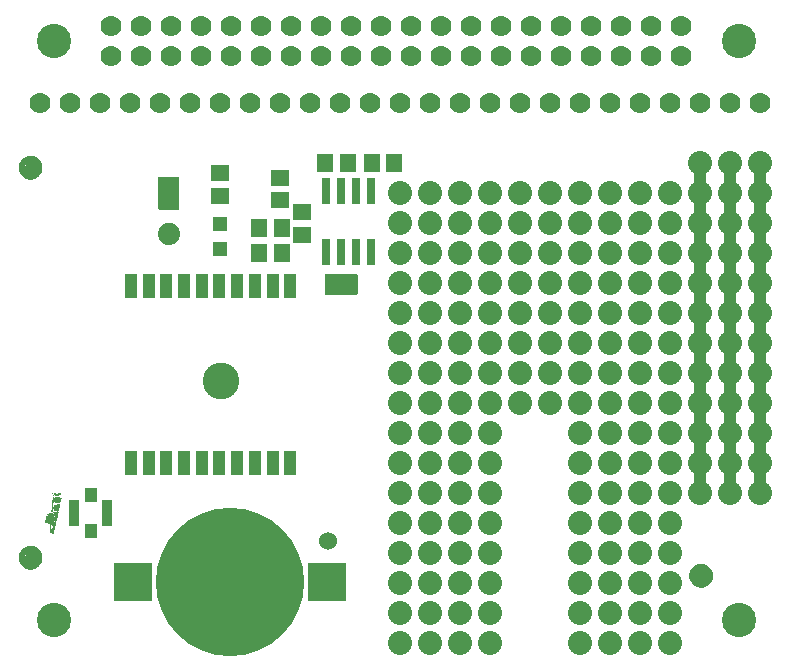
<source format=gbr>
G04 EAGLE Gerber RS-274X export*
G75*
%MOMM*%
%FSLAX34Y34*%
%LPD*%
%INSoldermask Top*%
%IPPOS*%
%AMOC8*
5,1,8,0,0,1.08239X$1,22.5*%
G01*
%ADD10R,1.016000X28.448000*%
%ADD11R,1.016000X28.702000*%
%ADD12C,2.901600*%
%ADD13C,1.778000*%
%ADD14R,0.701600X2.301600*%
%ADD15R,1.401600X1.601600*%
%ADD16R,1.601600X1.401600*%
%ADD17R,1.270000X1.701800*%
%ADD18R,0.736600X0.304800*%
%ADD19R,1.101600X2.101600*%
%ADD20C,3.101600*%
%ADD21R,1.301600X1.301600*%
%ADD22C,6.451600*%
%ADD23R,3.301600X3.301600*%
%ADD24C,12.564231*%
%ADD25R,0.951600X2.301600*%
%ADD26R,1.101600X1.151600*%
%ADD27C,1.101600*%
%ADD28C,0.500000*%
%ADD29R,1.701800X1.270000*%
%ADD30R,0.304800X0.736600*%
%ADD31C,1.879600*%
%ADD32R,0.025400X0.025400*%
%ADD33R,0.025400X0.228600*%
%ADD34R,0.025400X0.355600*%
%ADD35R,0.025400X0.050800*%
%ADD36R,0.025400X0.406400*%
%ADD37R,0.025400X0.127000*%
%ADD38R,0.025400X0.457200*%
%ADD39R,0.025400X0.152400*%
%ADD40R,0.025400X0.482600*%
%ADD41R,0.025400X0.279400*%
%ADD42R,0.025400X0.508000*%
%ADD43R,0.025400X0.177800*%
%ADD44R,0.025400X0.431800*%
%ADD45R,0.025400X0.533400*%
%ADD46R,0.025400X0.203200*%
%ADD47R,0.025400X0.584200*%
%ADD48R,0.025400X0.558800*%
%ADD49R,0.025400X0.304800*%
%ADD50R,0.025400X0.609600*%
%ADD51R,0.025400X0.381000*%
%ADD52R,0.025400X0.330200*%
%ADD53R,0.025400X0.101600*%
%ADD54R,0.025400X0.254000*%
%ADD55R,0.025400X0.076200*%
%ADD56C,2.032000*%
%ADD57C,1.524000*%

G36*
X142358Y392446D02*
X142358Y392446D01*
X142477Y392453D01*
X142515Y392466D01*
X142556Y392471D01*
X142666Y392514D01*
X142779Y392551D01*
X142814Y392573D01*
X142851Y392588D01*
X142947Y392658D01*
X143048Y392721D01*
X143076Y392751D01*
X143109Y392774D01*
X143185Y392866D01*
X143266Y392953D01*
X143286Y392988D01*
X143311Y393019D01*
X143362Y393127D01*
X143420Y393231D01*
X143430Y393271D01*
X143447Y393307D01*
X143469Y393424D01*
X143499Y393539D01*
X143503Y393600D01*
X143507Y393620D01*
X143505Y393640D01*
X143509Y393700D01*
X143509Y419100D01*
X143494Y419218D01*
X143487Y419337D01*
X143474Y419375D01*
X143469Y419416D01*
X143426Y419526D01*
X143389Y419639D01*
X143367Y419674D01*
X143352Y419711D01*
X143283Y419807D01*
X143219Y419908D01*
X143189Y419936D01*
X143166Y419969D01*
X143074Y420045D01*
X142987Y420126D01*
X142952Y420146D01*
X142921Y420171D01*
X142813Y420222D01*
X142709Y420280D01*
X142669Y420290D01*
X142633Y420307D01*
X142516Y420329D01*
X142401Y420359D01*
X142341Y420363D01*
X142321Y420367D01*
X142300Y420365D01*
X142240Y420369D01*
X127000Y420369D01*
X126882Y420354D01*
X126763Y420347D01*
X126725Y420334D01*
X126684Y420329D01*
X126574Y420286D01*
X126461Y420249D01*
X126426Y420227D01*
X126389Y420212D01*
X126293Y420143D01*
X126192Y420079D01*
X126164Y420049D01*
X126131Y420026D01*
X126056Y419934D01*
X125974Y419847D01*
X125954Y419812D01*
X125929Y419781D01*
X125878Y419673D01*
X125820Y419569D01*
X125810Y419529D01*
X125793Y419493D01*
X125771Y419376D01*
X125741Y419261D01*
X125737Y419201D01*
X125733Y419181D01*
X125734Y419169D01*
X125733Y419166D01*
X125734Y419153D01*
X125731Y419100D01*
X125731Y393700D01*
X125746Y393582D01*
X125753Y393463D01*
X125766Y393425D01*
X125771Y393384D01*
X125814Y393274D01*
X125851Y393161D01*
X125873Y393126D01*
X125888Y393089D01*
X125958Y392993D01*
X126021Y392892D01*
X126051Y392864D01*
X126074Y392831D01*
X126166Y392756D01*
X126253Y392674D01*
X126288Y392654D01*
X126319Y392629D01*
X126427Y392578D01*
X126531Y392520D01*
X126571Y392510D01*
X126607Y392493D01*
X126724Y392471D01*
X126839Y392441D01*
X126900Y392437D01*
X126920Y392433D01*
X126940Y392435D01*
X127000Y392431D01*
X142240Y392431D01*
X142358Y392446D01*
G37*
G36*
X293488Y320056D02*
X293488Y320056D01*
X293607Y320063D01*
X293645Y320076D01*
X293686Y320081D01*
X293796Y320124D01*
X293909Y320161D01*
X293944Y320183D01*
X293981Y320198D01*
X294077Y320268D01*
X294178Y320331D01*
X294206Y320361D01*
X294239Y320384D01*
X294315Y320476D01*
X294396Y320563D01*
X294416Y320598D01*
X294441Y320629D01*
X294492Y320737D01*
X294550Y320841D01*
X294560Y320881D01*
X294577Y320917D01*
X294599Y321034D01*
X294629Y321149D01*
X294633Y321210D01*
X294637Y321230D01*
X294635Y321250D01*
X294639Y321310D01*
X294639Y336550D01*
X294624Y336668D01*
X294617Y336787D01*
X294604Y336825D01*
X294599Y336866D01*
X294556Y336976D01*
X294519Y337089D01*
X294497Y337124D01*
X294482Y337161D01*
X294413Y337257D01*
X294349Y337358D01*
X294319Y337386D01*
X294296Y337419D01*
X294204Y337495D01*
X294117Y337576D01*
X294082Y337596D01*
X294051Y337621D01*
X293943Y337672D01*
X293839Y337730D01*
X293799Y337740D01*
X293763Y337757D01*
X293646Y337779D01*
X293531Y337809D01*
X293471Y337813D01*
X293451Y337817D01*
X293430Y337815D01*
X293370Y337819D01*
X267970Y337819D01*
X267852Y337804D01*
X267733Y337797D01*
X267695Y337784D01*
X267654Y337779D01*
X267544Y337736D01*
X267431Y337699D01*
X267396Y337677D01*
X267359Y337662D01*
X267263Y337593D01*
X267162Y337529D01*
X267134Y337499D01*
X267101Y337476D01*
X267026Y337384D01*
X266944Y337297D01*
X266924Y337262D01*
X266899Y337231D01*
X266848Y337123D01*
X266790Y337019D01*
X266780Y336979D01*
X266763Y336943D01*
X266741Y336826D01*
X266711Y336711D01*
X266707Y336651D01*
X266703Y336631D01*
X266704Y336624D01*
X266703Y336622D01*
X266704Y336606D01*
X266701Y336550D01*
X266701Y321310D01*
X266716Y321192D01*
X266723Y321073D01*
X266736Y321035D01*
X266741Y320994D01*
X266784Y320884D01*
X266821Y320771D01*
X266843Y320736D01*
X266858Y320699D01*
X266928Y320603D01*
X266991Y320502D01*
X267021Y320474D01*
X267044Y320441D01*
X267136Y320366D01*
X267223Y320284D01*
X267258Y320264D01*
X267289Y320239D01*
X267397Y320188D01*
X267501Y320130D01*
X267541Y320120D01*
X267577Y320103D01*
X267694Y320081D01*
X267809Y320051D01*
X267870Y320047D01*
X267890Y320043D01*
X267910Y320045D01*
X267970Y320041D01*
X293370Y320041D01*
X293488Y320056D01*
G37*
D10*
X584200Y292100D03*
X609600Y292100D03*
D11*
X635000Y290830D03*
D12*
X37540Y45160D03*
X37540Y535160D03*
X617540Y535160D03*
X617540Y45160D03*
D13*
X86240Y522460D03*
X86240Y547860D03*
X111640Y522460D03*
X111640Y547860D03*
X137040Y522460D03*
X137040Y547860D03*
X162440Y522460D03*
X162440Y547860D03*
X187840Y522460D03*
X187840Y547860D03*
X213240Y522460D03*
X213240Y547860D03*
X238640Y522460D03*
X238640Y547860D03*
X264040Y522460D03*
X264040Y547860D03*
X289440Y522460D03*
X289440Y547860D03*
X314840Y522460D03*
X314840Y547860D03*
X340240Y522460D03*
X340240Y547860D03*
X365640Y522460D03*
X365640Y547860D03*
X391040Y522460D03*
X391040Y547860D03*
X416440Y522460D03*
X416440Y547860D03*
X441840Y522460D03*
X441840Y547860D03*
X467240Y522460D03*
X467240Y547860D03*
X492640Y522460D03*
X492640Y547860D03*
X518040Y522460D03*
X518040Y547860D03*
X543440Y522460D03*
X543440Y547860D03*
X568840Y522460D03*
X568840Y547860D03*
X25400Y482600D03*
X50800Y482600D03*
X76200Y482600D03*
X101600Y482600D03*
X127000Y482600D03*
X152400Y482600D03*
X177800Y482600D03*
X203200Y482600D03*
X228600Y482600D03*
X254000Y482600D03*
X279400Y482600D03*
X304800Y482600D03*
X330200Y482600D03*
X355600Y482600D03*
X381000Y482600D03*
X406400Y482600D03*
X431800Y482600D03*
X457200Y482600D03*
X482600Y482600D03*
X508000Y482600D03*
X533400Y482600D03*
X558800Y482600D03*
X584200Y482600D03*
X609600Y482600D03*
X635000Y482600D03*
D14*
X280670Y356270D03*
X280670Y408270D03*
X267970Y356270D03*
X293370Y356270D03*
X306070Y356270D03*
X267970Y408270D03*
X293370Y408270D03*
X306070Y408270D03*
D15*
X306730Y431800D03*
X325730Y431800D03*
X286360Y431800D03*
X267360Y431800D03*
D16*
X247650Y371500D03*
X247650Y390500D03*
D17*
X288290Y328930D03*
X273050Y328930D03*
D18*
X280670Y328930D03*
D19*
X237680Y327730D03*
X222680Y327730D03*
X207680Y327730D03*
X192680Y327730D03*
X177680Y327730D03*
X162680Y327730D03*
X147680Y327730D03*
X132680Y327730D03*
X117680Y327730D03*
X102680Y327730D03*
X102680Y177730D03*
X117680Y177730D03*
X132680Y177730D03*
X147680Y177730D03*
X162680Y177730D03*
X177680Y177730D03*
X192680Y177730D03*
X207680Y177730D03*
X222680Y177730D03*
X237680Y177730D03*
D20*
X178680Y247730D03*
D21*
X177800Y380070D03*
X177800Y359070D03*
D16*
X177800Y423520D03*
X177800Y404520D03*
D15*
X230480Y355600D03*
X211480Y355600D03*
X230480Y377190D03*
X211480Y377190D03*
D16*
X228600Y419710D03*
X228600Y400710D03*
D22*
X186690Y77470D03*
D23*
X268944Y77470D03*
X104436Y77470D03*
D24*
X186690Y77470D03*
D25*
X54830Y135890D03*
X82330Y135890D03*
D26*
X68580Y151140D03*
X68580Y120640D03*
D27*
X17780Y97790D03*
D28*
X17780Y105290D02*
X17599Y105288D01*
X17418Y105281D01*
X17237Y105270D01*
X17056Y105255D01*
X16876Y105235D01*
X16696Y105211D01*
X16517Y105183D01*
X16339Y105150D01*
X16162Y105113D01*
X15985Y105072D01*
X15810Y105027D01*
X15635Y104977D01*
X15462Y104923D01*
X15291Y104865D01*
X15120Y104803D01*
X14952Y104736D01*
X14785Y104666D01*
X14619Y104592D01*
X14456Y104513D01*
X14295Y104431D01*
X14135Y104345D01*
X13978Y104255D01*
X13823Y104161D01*
X13670Y104064D01*
X13520Y103962D01*
X13372Y103858D01*
X13226Y103749D01*
X13084Y103638D01*
X12944Y103522D01*
X12807Y103404D01*
X12672Y103282D01*
X12541Y103157D01*
X12413Y103029D01*
X12288Y102898D01*
X12166Y102763D01*
X12048Y102626D01*
X11932Y102486D01*
X11821Y102344D01*
X11712Y102198D01*
X11608Y102050D01*
X11506Y101900D01*
X11409Y101747D01*
X11315Y101592D01*
X11225Y101435D01*
X11139Y101275D01*
X11057Y101114D01*
X10978Y100951D01*
X10904Y100785D01*
X10834Y100618D01*
X10767Y100450D01*
X10705Y100279D01*
X10647Y100108D01*
X10593Y99935D01*
X10543Y99760D01*
X10498Y99585D01*
X10457Y99408D01*
X10420Y99231D01*
X10387Y99053D01*
X10359Y98874D01*
X10335Y98694D01*
X10315Y98514D01*
X10300Y98333D01*
X10289Y98152D01*
X10282Y97971D01*
X10280Y97790D01*
X17780Y105290D02*
X17961Y105288D01*
X18142Y105281D01*
X18323Y105270D01*
X18504Y105255D01*
X18684Y105235D01*
X18864Y105211D01*
X19043Y105183D01*
X19221Y105150D01*
X19398Y105113D01*
X19575Y105072D01*
X19750Y105027D01*
X19925Y104977D01*
X20098Y104923D01*
X20269Y104865D01*
X20440Y104803D01*
X20608Y104736D01*
X20775Y104666D01*
X20941Y104592D01*
X21104Y104513D01*
X21265Y104431D01*
X21425Y104345D01*
X21582Y104255D01*
X21737Y104161D01*
X21890Y104064D01*
X22040Y103962D01*
X22188Y103858D01*
X22334Y103749D01*
X22476Y103638D01*
X22616Y103522D01*
X22753Y103404D01*
X22888Y103282D01*
X23019Y103157D01*
X23147Y103029D01*
X23272Y102898D01*
X23394Y102763D01*
X23512Y102626D01*
X23628Y102486D01*
X23739Y102344D01*
X23848Y102198D01*
X23952Y102050D01*
X24054Y101900D01*
X24151Y101747D01*
X24245Y101592D01*
X24335Y101435D01*
X24421Y101275D01*
X24503Y101114D01*
X24582Y100951D01*
X24656Y100785D01*
X24726Y100618D01*
X24793Y100450D01*
X24855Y100279D01*
X24913Y100108D01*
X24967Y99935D01*
X25017Y99760D01*
X25062Y99585D01*
X25103Y99408D01*
X25140Y99231D01*
X25173Y99053D01*
X25201Y98874D01*
X25225Y98694D01*
X25245Y98514D01*
X25260Y98333D01*
X25271Y98152D01*
X25278Y97971D01*
X25280Y97790D01*
X25278Y97609D01*
X25271Y97428D01*
X25260Y97247D01*
X25245Y97066D01*
X25225Y96886D01*
X25201Y96706D01*
X25173Y96527D01*
X25140Y96349D01*
X25103Y96172D01*
X25062Y95995D01*
X25017Y95820D01*
X24967Y95645D01*
X24913Y95472D01*
X24855Y95301D01*
X24793Y95130D01*
X24726Y94962D01*
X24656Y94795D01*
X24582Y94629D01*
X24503Y94466D01*
X24421Y94305D01*
X24335Y94145D01*
X24245Y93988D01*
X24151Y93833D01*
X24054Y93680D01*
X23952Y93530D01*
X23848Y93382D01*
X23739Y93236D01*
X23628Y93094D01*
X23512Y92954D01*
X23394Y92817D01*
X23272Y92682D01*
X23147Y92551D01*
X23019Y92423D01*
X22888Y92298D01*
X22753Y92176D01*
X22616Y92058D01*
X22476Y91942D01*
X22334Y91831D01*
X22188Y91722D01*
X22040Y91618D01*
X21890Y91516D01*
X21737Y91419D01*
X21582Y91325D01*
X21425Y91235D01*
X21265Y91149D01*
X21104Y91067D01*
X20941Y90988D01*
X20775Y90914D01*
X20608Y90844D01*
X20440Y90777D01*
X20269Y90715D01*
X20098Y90657D01*
X19925Y90603D01*
X19750Y90553D01*
X19575Y90508D01*
X19398Y90467D01*
X19221Y90430D01*
X19043Y90397D01*
X18864Y90369D01*
X18684Y90345D01*
X18504Y90325D01*
X18323Y90310D01*
X18142Y90299D01*
X17961Y90292D01*
X17780Y90290D01*
X17599Y90292D01*
X17418Y90299D01*
X17237Y90310D01*
X17056Y90325D01*
X16876Y90345D01*
X16696Y90369D01*
X16517Y90397D01*
X16339Y90430D01*
X16162Y90467D01*
X15985Y90508D01*
X15810Y90553D01*
X15635Y90603D01*
X15462Y90657D01*
X15291Y90715D01*
X15120Y90777D01*
X14952Y90844D01*
X14785Y90914D01*
X14619Y90988D01*
X14456Y91067D01*
X14295Y91149D01*
X14135Y91235D01*
X13978Y91325D01*
X13823Y91419D01*
X13670Y91516D01*
X13520Y91618D01*
X13372Y91722D01*
X13226Y91831D01*
X13084Y91942D01*
X12944Y92058D01*
X12807Y92176D01*
X12672Y92298D01*
X12541Y92423D01*
X12413Y92551D01*
X12288Y92682D01*
X12166Y92817D01*
X12048Y92954D01*
X11932Y93094D01*
X11821Y93236D01*
X11712Y93382D01*
X11608Y93530D01*
X11506Y93680D01*
X11409Y93833D01*
X11315Y93988D01*
X11225Y94145D01*
X11139Y94305D01*
X11057Y94466D01*
X10978Y94629D01*
X10904Y94795D01*
X10834Y94962D01*
X10767Y95130D01*
X10705Y95301D01*
X10647Y95472D01*
X10593Y95645D01*
X10543Y95820D01*
X10498Y95995D01*
X10457Y96172D01*
X10420Y96349D01*
X10387Y96527D01*
X10359Y96706D01*
X10335Y96886D01*
X10315Y97066D01*
X10300Y97247D01*
X10289Y97428D01*
X10282Y97609D01*
X10280Y97790D01*
D27*
X17780Y427990D03*
D28*
X17780Y435490D02*
X17599Y435488D01*
X17418Y435481D01*
X17237Y435470D01*
X17056Y435455D01*
X16876Y435435D01*
X16696Y435411D01*
X16517Y435383D01*
X16339Y435350D01*
X16162Y435313D01*
X15985Y435272D01*
X15810Y435227D01*
X15635Y435177D01*
X15462Y435123D01*
X15291Y435065D01*
X15120Y435003D01*
X14952Y434936D01*
X14785Y434866D01*
X14619Y434792D01*
X14456Y434713D01*
X14295Y434631D01*
X14135Y434545D01*
X13978Y434455D01*
X13823Y434361D01*
X13670Y434264D01*
X13520Y434162D01*
X13372Y434058D01*
X13226Y433949D01*
X13084Y433838D01*
X12944Y433722D01*
X12807Y433604D01*
X12672Y433482D01*
X12541Y433357D01*
X12413Y433229D01*
X12288Y433098D01*
X12166Y432963D01*
X12048Y432826D01*
X11932Y432686D01*
X11821Y432544D01*
X11712Y432398D01*
X11608Y432250D01*
X11506Y432100D01*
X11409Y431947D01*
X11315Y431792D01*
X11225Y431635D01*
X11139Y431475D01*
X11057Y431314D01*
X10978Y431151D01*
X10904Y430985D01*
X10834Y430818D01*
X10767Y430650D01*
X10705Y430479D01*
X10647Y430308D01*
X10593Y430135D01*
X10543Y429960D01*
X10498Y429785D01*
X10457Y429608D01*
X10420Y429431D01*
X10387Y429253D01*
X10359Y429074D01*
X10335Y428894D01*
X10315Y428714D01*
X10300Y428533D01*
X10289Y428352D01*
X10282Y428171D01*
X10280Y427990D01*
X17780Y435490D02*
X17961Y435488D01*
X18142Y435481D01*
X18323Y435470D01*
X18504Y435455D01*
X18684Y435435D01*
X18864Y435411D01*
X19043Y435383D01*
X19221Y435350D01*
X19398Y435313D01*
X19575Y435272D01*
X19750Y435227D01*
X19925Y435177D01*
X20098Y435123D01*
X20269Y435065D01*
X20440Y435003D01*
X20608Y434936D01*
X20775Y434866D01*
X20941Y434792D01*
X21104Y434713D01*
X21265Y434631D01*
X21425Y434545D01*
X21582Y434455D01*
X21737Y434361D01*
X21890Y434264D01*
X22040Y434162D01*
X22188Y434058D01*
X22334Y433949D01*
X22476Y433838D01*
X22616Y433722D01*
X22753Y433604D01*
X22888Y433482D01*
X23019Y433357D01*
X23147Y433229D01*
X23272Y433098D01*
X23394Y432963D01*
X23512Y432826D01*
X23628Y432686D01*
X23739Y432544D01*
X23848Y432398D01*
X23952Y432250D01*
X24054Y432100D01*
X24151Y431947D01*
X24245Y431792D01*
X24335Y431635D01*
X24421Y431475D01*
X24503Y431314D01*
X24582Y431151D01*
X24656Y430985D01*
X24726Y430818D01*
X24793Y430650D01*
X24855Y430479D01*
X24913Y430308D01*
X24967Y430135D01*
X25017Y429960D01*
X25062Y429785D01*
X25103Y429608D01*
X25140Y429431D01*
X25173Y429253D01*
X25201Y429074D01*
X25225Y428894D01*
X25245Y428714D01*
X25260Y428533D01*
X25271Y428352D01*
X25278Y428171D01*
X25280Y427990D01*
X25278Y427809D01*
X25271Y427628D01*
X25260Y427447D01*
X25245Y427266D01*
X25225Y427086D01*
X25201Y426906D01*
X25173Y426727D01*
X25140Y426549D01*
X25103Y426372D01*
X25062Y426195D01*
X25017Y426020D01*
X24967Y425845D01*
X24913Y425672D01*
X24855Y425501D01*
X24793Y425330D01*
X24726Y425162D01*
X24656Y424995D01*
X24582Y424829D01*
X24503Y424666D01*
X24421Y424505D01*
X24335Y424345D01*
X24245Y424188D01*
X24151Y424033D01*
X24054Y423880D01*
X23952Y423730D01*
X23848Y423582D01*
X23739Y423436D01*
X23628Y423294D01*
X23512Y423154D01*
X23394Y423017D01*
X23272Y422882D01*
X23147Y422751D01*
X23019Y422623D01*
X22888Y422498D01*
X22753Y422376D01*
X22616Y422258D01*
X22476Y422142D01*
X22334Y422031D01*
X22188Y421922D01*
X22040Y421818D01*
X21890Y421716D01*
X21737Y421619D01*
X21582Y421525D01*
X21425Y421435D01*
X21265Y421349D01*
X21104Y421267D01*
X20941Y421188D01*
X20775Y421114D01*
X20608Y421044D01*
X20440Y420977D01*
X20269Y420915D01*
X20098Y420857D01*
X19925Y420803D01*
X19750Y420753D01*
X19575Y420708D01*
X19398Y420667D01*
X19221Y420630D01*
X19043Y420597D01*
X18864Y420569D01*
X18684Y420545D01*
X18504Y420525D01*
X18323Y420510D01*
X18142Y420499D01*
X17961Y420492D01*
X17780Y420490D01*
X17599Y420492D01*
X17418Y420499D01*
X17237Y420510D01*
X17056Y420525D01*
X16876Y420545D01*
X16696Y420569D01*
X16517Y420597D01*
X16339Y420630D01*
X16162Y420667D01*
X15985Y420708D01*
X15810Y420753D01*
X15635Y420803D01*
X15462Y420857D01*
X15291Y420915D01*
X15120Y420977D01*
X14952Y421044D01*
X14785Y421114D01*
X14619Y421188D01*
X14456Y421267D01*
X14295Y421349D01*
X14135Y421435D01*
X13978Y421525D01*
X13823Y421619D01*
X13670Y421716D01*
X13520Y421818D01*
X13372Y421922D01*
X13226Y422031D01*
X13084Y422142D01*
X12944Y422258D01*
X12807Y422376D01*
X12672Y422498D01*
X12541Y422623D01*
X12413Y422751D01*
X12288Y422882D01*
X12166Y423017D01*
X12048Y423154D01*
X11932Y423294D01*
X11821Y423436D01*
X11712Y423582D01*
X11608Y423730D01*
X11506Y423880D01*
X11409Y424033D01*
X11315Y424188D01*
X11225Y424345D01*
X11139Y424505D01*
X11057Y424666D01*
X10978Y424829D01*
X10904Y424995D01*
X10834Y425162D01*
X10767Y425330D01*
X10705Y425501D01*
X10647Y425672D01*
X10593Y425845D01*
X10543Y426020D01*
X10498Y426195D01*
X10457Y426372D01*
X10420Y426549D01*
X10387Y426727D01*
X10359Y426906D01*
X10335Y427086D01*
X10315Y427266D01*
X10300Y427447D01*
X10289Y427628D01*
X10282Y427809D01*
X10280Y427990D01*
D27*
X585470Y82550D03*
D28*
X585470Y90050D02*
X585289Y90048D01*
X585108Y90041D01*
X584927Y90030D01*
X584746Y90015D01*
X584566Y89995D01*
X584386Y89971D01*
X584207Y89943D01*
X584029Y89910D01*
X583852Y89873D01*
X583675Y89832D01*
X583500Y89787D01*
X583325Y89737D01*
X583152Y89683D01*
X582981Y89625D01*
X582810Y89563D01*
X582642Y89496D01*
X582475Y89426D01*
X582309Y89352D01*
X582146Y89273D01*
X581985Y89191D01*
X581825Y89105D01*
X581668Y89015D01*
X581513Y88921D01*
X581360Y88824D01*
X581210Y88722D01*
X581062Y88618D01*
X580916Y88509D01*
X580774Y88398D01*
X580634Y88282D01*
X580497Y88164D01*
X580362Y88042D01*
X580231Y87917D01*
X580103Y87789D01*
X579978Y87658D01*
X579856Y87523D01*
X579738Y87386D01*
X579622Y87246D01*
X579511Y87104D01*
X579402Y86958D01*
X579298Y86810D01*
X579196Y86660D01*
X579099Y86507D01*
X579005Y86352D01*
X578915Y86195D01*
X578829Y86035D01*
X578747Y85874D01*
X578668Y85711D01*
X578594Y85545D01*
X578524Y85378D01*
X578457Y85210D01*
X578395Y85039D01*
X578337Y84868D01*
X578283Y84695D01*
X578233Y84520D01*
X578188Y84345D01*
X578147Y84168D01*
X578110Y83991D01*
X578077Y83813D01*
X578049Y83634D01*
X578025Y83454D01*
X578005Y83274D01*
X577990Y83093D01*
X577979Y82912D01*
X577972Y82731D01*
X577970Y82550D01*
X585470Y90050D02*
X585651Y90048D01*
X585832Y90041D01*
X586013Y90030D01*
X586194Y90015D01*
X586374Y89995D01*
X586554Y89971D01*
X586733Y89943D01*
X586911Y89910D01*
X587088Y89873D01*
X587265Y89832D01*
X587440Y89787D01*
X587615Y89737D01*
X587788Y89683D01*
X587959Y89625D01*
X588130Y89563D01*
X588298Y89496D01*
X588465Y89426D01*
X588631Y89352D01*
X588794Y89273D01*
X588955Y89191D01*
X589115Y89105D01*
X589272Y89015D01*
X589427Y88921D01*
X589580Y88824D01*
X589730Y88722D01*
X589878Y88618D01*
X590024Y88509D01*
X590166Y88398D01*
X590306Y88282D01*
X590443Y88164D01*
X590578Y88042D01*
X590709Y87917D01*
X590837Y87789D01*
X590962Y87658D01*
X591084Y87523D01*
X591202Y87386D01*
X591318Y87246D01*
X591429Y87104D01*
X591538Y86958D01*
X591642Y86810D01*
X591744Y86660D01*
X591841Y86507D01*
X591935Y86352D01*
X592025Y86195D01*
X592111Y86035D01*
X592193Y85874D01*
X592272Y85711D01*
X592346Y85545D01*
X592416Y85378D01*
X592483Y85210D01*
X592545Y85039D01*
X592603Y84868D01*
X592657Y84695D01*
X592707Y84520D01*
X592752Y84345D01*
X592793Y84168D01*
X592830Y83991D01*
X592863Y83813D01*
X592891Y83634D01*
X592915Y83454D01*
X592935Y83274D01*
X592950Y83093D01*
X592961Y82912D01*
X592968Y82731D01*
X592970Y82550D01*
X592968Y82369D01*
X592961Y82188D01*
X592950Y82007D01*
X592935Y81826D01*
X592915Y81646D01*
X592891Y81466D01*
X592863Y81287D01*
X592830Y81109D01*
X592793Y80932D01*
X592752Y80755D01*
X592707Y80580D01*
X592657Y80405D01*
X592603Y80232D01*
X592545Y80061D01*
X592483Y79890D01*
X592416Y79722D01*
X592346Y79555D01*
X592272Y79389D01*
X592193Y79226D01*
X592111Y79065D01*
X592025Y78905D01*
X591935Y78748D01*
X591841Y78593D01*
X591744Y78440D01*
X591642Y78290D01*
X591538Y78142D01*
X591429Y77996D01*
X591318Y77854D01*
X591202Y77714D01*
X591084Y77577D01*
X590962Y77442D01*
X590837Y77311D01*
X590709Y77183D01*
X590578Y77058D01*
X590443Y76936D01*
X590306Y76818D01*
X590166Y76702D01*
X590024Y76591D01*
X589878Y76482D01*
X589730Y76378D01*
X589580Y76276D01*
X589427Y76179D01*
X589272Y76085D01*
X589115Y75995D01*
X588955Y75909D01*
X588794Y75827D01*
X588631Y75748D01*
X588465Y75674D01*
X588298Y75604D01*
X588130Y75537D01*
X587959Y75475D01*
X587788Y75417D01*
X587615Y75363D01*
X587440Y75313D01*
X587265Y75268D01*
X587088Y75227D01*
X586911Y75190D01*
X586733Y75157D01*
X586554Y75129D01*
X586374Y75105D01*
X586194Y75085D01*
X586013Y75070D01*
X585832Y75059D01*
X585651Y75052D01*
X585470Y75050D01*
X585289Y75052D01*
X585108Y75059D01*
X584927Y75070D01*
X584746Y75085D01*
X584566Y75105D01*
X584386Y75129D01*
X584207Y75157D01*
X584029Y75190D01*
X583852Y75227D01*
X583675Y75268D01*
X583500Y75313D01*
X583325Y75363D01*
X583152Y75417D01*
X582981Y75475D01*
X582810Y75537D01*
X582642Y75604D01*
X582475Y75674D01*
X582309Y75748D01*
X582146Y75827D01*
X581985Y75909D01*
X581825Y75995D01*
X581668Y76085D01*
X581513Y76179D01*
X581360Y76276D01*
X581210Y76378D01*
X581062Y76482D01*
X580916Y76591D01*
X580774Y76702D01*
X580634Y76818D01*
X580497Y76936D01*
X580362Y77058D01*
X580231Y77183D01*
X580103Y77311D01*
X579978Y77442D01*
X579856Y77577D01*
X579738Y77714D01*
X579622Y77854D01*
X579511Y77996D01*
X579402Y78142D01*
X579298Y78290D01*
X579196Y78440D01*
X579099Y78593D01*
X579005Y78748D01*
X578915Y78905D01*
X578829Y79065D01*
X578747Y79226D01*
X578668Y79389D01*
X578594Y79555D01*
X578524Y79722D01*
X578457Y79890D01*
X578395Y80061D01*
X578337Y80232D01*
X578283Y80405D01*
X578233Y80580D01*
X578188Y80755D01*
X578147Y80932D01*
X578110Y81109D01*
X578077Y81287D01*
X578049Y81466D01*
X578025Y81646D01*
X578005Y81826D01*
X577990Y82007D01*
X577979Y82188D01*
X577972Y82369D01*
X577970Y82550D01*
D29*
X134620Y414020D03*
X134620Y398780D03*
D30*
X134620Y406400D03*
D31*
X134620Y372110D03*
D32*
X43942Y147828D03*
D33*
X43688Y147320D03*
D34*
X43434Y146685D03*
D35*
X43434Y151765D03*
D36*
X43180Y146685D03*
D37*
X43180Y151638D03*
D38*
X42926Y146685D03*
D39*
X42926Y151511D03*
X42672Y141605D03*
D40*
X42672Y146812D03*
D39*
X42672Y151511D03*
D41*
X42418Y141224D03*
D42*
X42418Y146685D03*
D43*
X42418Y151384D03*
D44*
X42164Y140716D03*
D45*
X42164Y146812D03*
D43*
X42164Y151384D03*
D45*
X41910Y140208D03*
X41910Y146812D03*
D46*
X41910Y151257D03*
D47*
X41656Y140208D03*
D45*
X41656Y146812D03*
D46*
X41656Y151257D03*
D35*
X41402Y135509D03*
D47*
X41402Y140208D03*
D48*
X41402Y146685D03*
D46*
X41402Y151257D03*
D43*
X41148Y135128D03*
D47*
X41148Y140208D03*
D48*
X41148Y146685D03*
D46*
X41148Y151257D03*
D49*
X40894Y134747D03*
D47*
X40894Y140208D03*
D48*
X40894Y146685D03*
D46*
X40894Y151257D03*
D44*
X40640Y134112D03*
D50*
X40640Y140081D03*
D45*
X40640Y146812D03*
D46*
X40640Y151257D03*
D48*
X40386Y133731D03*
D47*
X40386Y140208D03*
D45*
X40386Y146812D03*
D46*
X40386Y151257D03*
D47*
X40132Y133604D03*
X40132Y140208D03*
D42*
X40132Y146685D03*
D46*
X40132Y151257D03*
D35*
X39878Y129159D03*
D50*
X39878Y133477D03*
D47*
X39878Y140208D03*
D40*
X39878Y146812D03*
D46*
X39878Y151257D03*
D43*
X39624Y128778D03*
D40*
X39624Y134112D03*
D47*
X39624Y140208D03*
D38*
X39624Y146685D03*
D46*
X39624Y151257D03*
D33*
X39370Y128016D03*
D36*
X39370Y134493D03*
D45*
X39370Y140208D03*
D44*
X39370Y146812D03*
D43*
X39370Y151384D03*
X39116Y130810D03*
D41*
X39116Y127254D03*
D34*
X39116Y134747D03*
D45*
X39116Y140208D03*
D51*
X39116Y146812D03*
D43*
X39116Y151384D03*
D49*
X38862Y130937D03*
D52*
X38862Y126492D03*
X38862Y134874D03*
D40*
X38862Y140208D03*
D52*
X38862Y146812D03*
D39*
X38862Y151511D03*
D36*
X38608Y130683D03*
D51*
X38608Y125984D03*
D52*
X38608Y134874D03*
D44*
X38608Y140208D03*
D41*
X38608Y146812D03*
D39*
X38608Y151511D03*
D36*
X38354Y130937D03*
D35*
X38354Y123063D03*
D51*
X38354Y125984D03*
D39*
X38354Y135509D03*
D51*
X38354Y140208D03*
D43*
X38354Y146812D03*
D37*
X38354Y151638D03*
D36*
X38100Y130683D03*
D39*
X38100Y122555D03*
D34*
X38100Y125857D03*
D37*
X38100Y135636D03*
D52*
X38100Y140208D03*
D35*
X38100Y151765D03*
D38*
X37846Y130429D03*
D53*
X37846Y133985D03*
D54*
X37846Y122047D03*
D52*
X37846Y125730D03*
D55*
X37846Y135636D03*
D33*
X37846Y140208D03*
D40*
X37592Y130302D03*
D39*
X37592Y133985D03*
D34*
X37592Y121285D03*
D49*
X37592Y125603D03*
D32*
X37592Y135636D03*
D55*
X37592Y140208D03*
D38*
X37338Y130175D03*
D43*
X37338Y134112D03*
D44*
X37338Y146558D03*
D35*
X37338Y150495D03*
D38*
X37338Y120777D03*
D41*
X37338Y125730D03*
D38*
X37084Y130175D03*
D33*
X37084Y134112D03*
D47*
X37084Y144272D03*
D38*
X37084Y120777D03*
D54*
X37084Y125857D03*
D38*
X36830Y129921D03*
D33*
X36830Y134112D03*
D42*
X36830Y141859D03*
D32*
X36830Y151638D03*
D44*
X36830Y120650D03*
D33*
X36830Y125730D03*
D40*
X36576Y129794D03*
D54*
X36576Y133985D03*
D40*
X36576Y139700D03*
D36*
X36576Y120777D03*
D46*
X36576Y125857D03*
D40*
X36322Y129540D03*
D49*
X36322Y133985D03*
D36*
X36322Y138049D03*
D34*
X36322Y120777D03*
D39*
X36322Y125857D03*
D44*
X36068Y129794D03*
D49*
X36068Y133985D03*
D33*
X36068Y137160D03*
D49*
X36068Y120777D03*
D53*
X36068Y126111D03*
D44*
X35814Y129540D03*
D52*
X35814Y133858D03*
D35*
X35814Y136271D03*
D54*
X35814Y120777D03*
D35*
X35814Y126365D03*
D38*
X35560Y129413D03*
D34*
X35560Y133731D03*
D39*
X35560Y120777D03*
D38*
X35306Y129159D03*
D34*
X35306Y133731D03*
D32*
X35052Y119126D03*
X35052Y119634D03*
D46*
X35052Y125095D03*
D44*
X35052Y129032D03*
D51*
X35052Y133604D03*
D50*
X34798Y123063D03*
D51*
X34798Y129032D03*
X34798Y133350D03*
X34544Y129032D03*
D36*
X34544Y133223D03*
D51*
X34290Y128778D03*
D36*
X34290Y133223D03*
D34*
X34036Y128651D03*
D51*
X34036Y132842D03*
D32*
X34036Y135128D03*
X33782Y126746D03*
D52*
X33782Y128778D03*
D51*
X33782Y132588D03*
D49*
X33528Y128651D03*
D36*
X33528Y132461D03*
D49*
X33274Y128397D03*
D44*
X33274Y132334D03*
D41*
X33020Y128270D03*
D51*
X33020Y131826D03*
D32*
X33020Y134366D03*
D46*
X32766Y128397D03*
D36*
X32766Y131699D03*
D48*
X32512Y130175D03*
D32*
X32512Y133604D03*
D47*
X32258Y130048D03*
D42*
X32004Y129667D03*
D32*
X32004Y132588D03*
X31750Y127254D03*
D44*
X31750Y129794D03*
D32*
X31750Y132334D03*
D52*
X31496Y129286D03*
D35*
X31496Y131445D03*
D33*
X31242Y128778D03*
D35*
X31242Y130429D03*
D53*
X30988Y128143D03*
D55*
X30988Y129286D03*
D32*
X30734Y128016D03*
D35*
X30734Y128905D03*
D56*
X609600Y431800D03*
X609600Y406400D03*
X609600Y381000D03*
X609600Y330200D03*
X609600Y355600D03*
X609600Y304800D03*
X609600Y279400D03*
X609600Y254000D03*
X609600Y228600D03*
X609600Y203200D03*
X609600Y177800D03*
X609600Y152400D03*
X584200Y152400D03*
X584200Y177800D03*
X584200Y203200D03*
X584200Y228600D03*
X584200Y254000D03*
X584200Y279400D03*
X584200Y304800D03*
X584200Y330200D03*
X584200Y355600D03*
X584200Y381000D03*
X584200Y406400D03*
X584200Y431800D03*
X635000Y431800D03*
X635000Y406400D03*
X635000Y381000D03*
X635000Y330200D03*
X635000Y355600D03*
X635000Y304800D03*
X635000Y279400D03*
X635000Y254000D03*
X635000Y228600D03*
X635000Y203200D03*
X635000Y177800D03*
X635000Y152400D03*
D57*
X269240Y111760D03*
D56*
X558800Y406400D03*
X558800Y381000D03*
X558800Y355600D03*
X533400Y355600D03*
X533400Y381000D03*
X533400Y406400D03*
X482600Y406400D03*
X508000Y355600D03*
X482600Y381000D03*
X482600Y355600D03*
X508000Y381000D03*
X508000Y406400D03*
X457200Y406400D03*
X457200Y381000D03*
X457200Y355600D03*
X431800Y355600D03*
X431800Y381000D03*
X431800Y406400D03*
X406400Y406400D03*
X406400Y381000D03*
X406400Y355600D03*
X381000Y355600D03*
X381000Y381000D03*
X381000Y406400D03*
X355600Y406400D03*
X355600Y355600D03*
X355600Y381000D03*
X330200Y406400D03*
X330200Y381000D03*
X330200Y355600D03*
X330200Y330200D03*
X355600Y330200D03*
X381000Y330200D03*
X406400Y330200D03*
X457200Y330200D03*
X431800Y330200D03*
X508000Y330200D03*
X533400Y330200D03*
X558800Y330200D03*
X482600Y330200D03*
X330200Y304800D03*
X330200Y279400D03*
X330200Y254000D03*
X330200Y228600D03*
X330200Y177800D03*
X330200Y203200D03*
X330200Y152400D03*
X330200Y127000D03*
X330200Y101600D03*
X330200Y76200D03*
X330200Y50800D03*
X330200Y25400D03*
X355600Y25400D03*
X355600Y50800D03*
X381000Y76200D03*
X355600Y76200D03*
X355600Y101600D03*
X355600Y127000D03*
X355600Y152400D03*
X355600Y177800D03*
X355600Y203200D03*
X355600Y228600D03*
X355600Y254000D03*
X355600Y279400D03*
X355600Y304800D03*
X381000Y304800D03*
X381000Y254000D03*
X381000Y279400D03*
X381000Y228600D03*
X381000Y203200D03*
X381000Y177800D03*
X381000Y152400D03*
X381000Y127000D03*
X381000Y101600D03*
X381000Y50800D03*
X381000Y25400D03*
X406400Y25400D03*
X406400Y50800D03*
X406400Y76200D03*
X406400Y101600D03*
X406400Y127000D03*
X406400Y152400D03*
X406400Y177800D03*
X406400Y228600D03*
X406400Y254000D03*
X406400Y279400D03*
X406400Y304800D03*
X431800Y304800D03*
X431800Y279400D03*
X431800Y254000D03*
X431800Y228600D03*
X406400Y203200D03*
X482600Y25400D03*
X482600Y76200D03*
X482600Y50800D03*
X482600Y101600D03*
X482600Y127000D03*
X482600Y152400D03*
X482600Y203200D03*
X482600Y228600D03*
X482600Y254000D03*
X482600Y279400D03*
X482600Y304800D03*
X457200Y304800D03*
X457200Y279400D03*
X457200Y254000D03*
X457200Y228600D03*
X508000Y304800D03*
X533400Y304800D03*
X558800Y304800D03*
X558800Y279400D03*
X533400Y279400D03*
X508000Y279400D03*
X508000Y254000D03*
X558800Y254000D03*
X533400Y254000D03*
X533400Y228600D03*
X508000Y228600D03*
X508000Y203200D03*
X533400Y203200D03*
X558800Y203200D03*
X558800Y228600D03*
X558800Y177800D03*
X533400Y177800D03*
X508000Y177800D03*
X482600Y177800D03*
X508000Y152400D03*
X533400Y152400D03*
X558800Y152400D03*
X558800Y127000D03*
X508000Y127000D03*
X508000Y101600D03*
X508000Y76200D03*
X508000Y50800D03*
X508000Y25400D03*
X533400Y25400D03*
X533400Y50800D03*
X533400Y76200D03*
X533400Y127000D03*
X558800Y101600D03*
X533400Y101600D03*
X558800Y76200D03*
X558800Y50800D03*
X558800Y25400D03*
M02*

</source>
